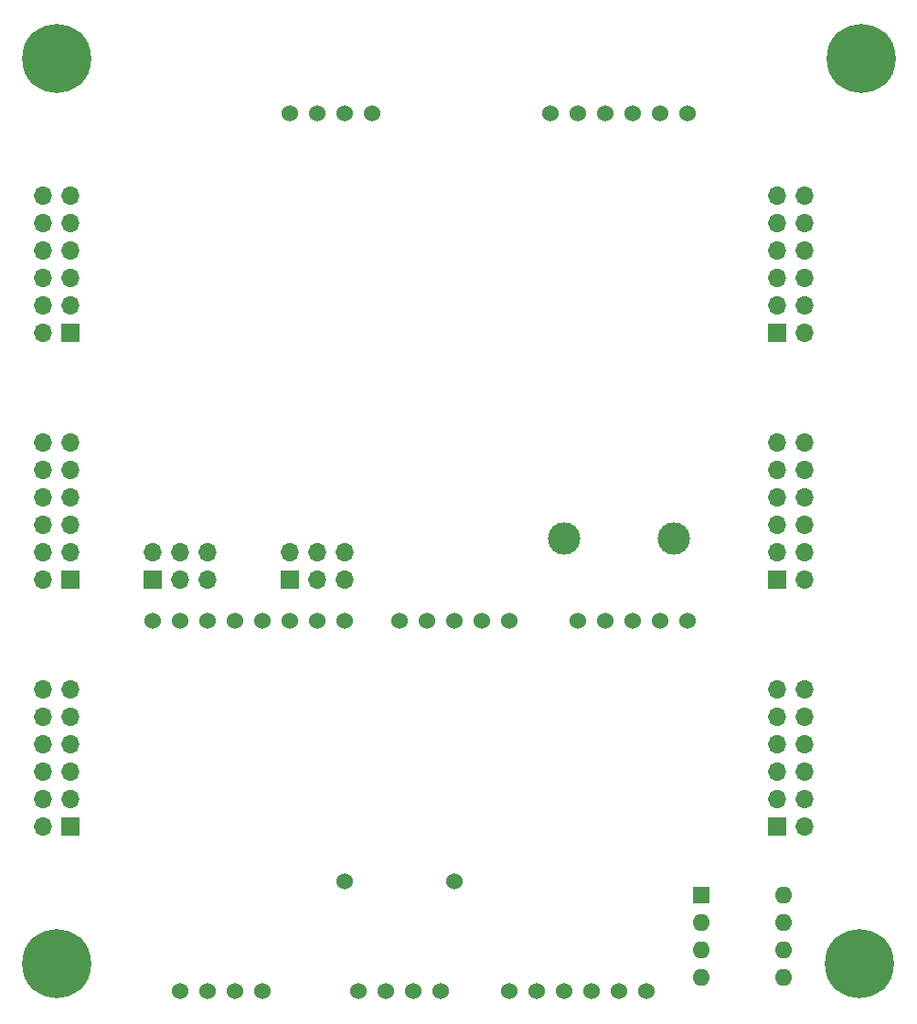
<source format=gbr>
%TF.GenerationSoftware,KiCad,Pcbnew,(6.0.5)*%
%TF.CreationDate,2022-07-15T12:31:06+02:00*%
%TF.ProjectId,i2c_modules,6932635f-6d6f-4647-956c-65732e6b6963,rev?*%
%TF.SameCoordinates,Original*%
%TF.FileFunction,Soldermask,Bot*%
%TF.FilePolarity,Negative*%
%FSLAX46Y46*%
G04 Gerber Fmt 4.6, Leading zero omitted, Abs format (unit mm)*
G04 Created by KiCad (PCBNEW (6.0.5)) date 2022-07-15 12:31:06*
%MOMM*%
%LPD*%
G01*
G04 APERTURE LIST*
%ADD10C,1.524000*%
%ADD11C,3.000000*%
%ADD12R,1.700000X1.700000*%
%ADD13O,1.700000X1.700000*%
%ADD14R,1.600000X1.600000*%
%ADD15O,1.600000X1.600000*%
%ADD16C,0.800000*%
%ADD17C,6.400000*%
G04 APERTURE END LIST*
D10*
%TO.C,U1*%
X104140000Y-100330000D03*
X101600000Y-100330000D03*
X99060000Y-100330000D03*
X96520000Y-100330000D03*
X93980000Y-100330000D03*
%TD*%
%TO.C,U2*%
X120650000Y-100330000D03*
X118110000Y-100330000D03*
X115570000Y-100330000D03*
X113030000Y-100330000D03*
X110490000Y-100330000D03*
%TD*%
%TO.C,U3*%
X73660000Y-134620000D03*
X76200000Y-134620000D03*
X78740000Y-134620000D03*
X81280000Y-134620000D03*
%TD*%
%TO.C,U4*%
X99060000Y-124460000D03*
X88900000Y-124460000D03*
X90170000Y-134620000D03*
X92710000Y-134620000D03*
X95250000Y-134620000D03*
X97790000Y-134620000D03*
%TD*%
D11*
%TO.C,U5*%
X119380000Y-92710000D03*
X109220000Y-92710000D03*
D10*
X120650000Y-53340000D03*
X118110000Y-53340000D03*
X115570000Y-53340000D03*
X113030000Y-53340000D03*
X110490000Y-53340000D03*
X107950000Y-53340000D03*
%TD*%
%TO.C,U9*%
X104140000Y-134620000D03*
X106680000Y-134620000D03*
X109220000Y-134620000D03*
X111760000Y-134620000D03*
X114300000Y-134620000D03*
X116840000Y-134620000D03*
%TD*%
%TO.C,U6*%
X88900000Y-100330000D03*
X86360000Y-100330000D03*
X83820000Y-100330000D03*
X81280000Y-100330000D03*
X78740000Y-100330000D03*
X76200000Y-100330000D03*
X73660000Y-100330000D03*
X71120000Y-100330000D03*
%TD*%
D12*
%TO.C,J1*%
X63500000Y-119380000D03*
D13*
X60960000Y-119380000D03*
X63500000Y-116840000D03*
X60960000Y-116840000D03*
X63500000Y-114300000D03*
X60960000Y-114300000D03*
X63500000Y-111760000D03*
X60960000Y-111760000D03*
X63500000Y-109220000D03*
X60960000Y-109220000D03*
X63500000Y-106680000D03*
X60960000Y-106680000D03*
%TD*%
D12*
%TO.C,J2*%
X63500000Y-96520000D03*
D13*
X60960000Y-96520000D03*
X63500000Y-93980000D03*
X60960000Y-93980000D03*
X63500000Y-91440000D03*
X60960000Y-91440000D03*
X63500000Y-88900000D03*
X60960000Y-88900000D03*
X63500000Y-86360000D03*
X60960000Y-86360000D03*
X63500000Y-83820000D03*
X60960000Y-83820000D03*
%TD*%
D12*
%TO.C,J3*%
X63500000Y-73660000D03*
D13*
X60960000Y-73660000D03*
X63500000Y-71120000D03*
X60960000Y-71120000D03*
X63500000Y-68580000D03*
X60960000Y-68580000D03*
X63500000Y-66040000D03*
X60960000Y-66040000D03*
X63500000Y-63500000D03*
X60960000Y-63500000D03*
X63500000Y-60960000D03*
X60960000Y-60960000D03*
%TD*%
D14*
%TO.C,U7*%
X121930000Y-125740000D03*
D15*
X121930000Y-128280000D03*
X121930000Y-130820000D03*
X121930000Y-133360000D03*
X129550000Y-133360000D03*
X129550000Y-130820000D03*
X129550000Y-128280000D03*
X129550000Y-125740000D03*
%TD*%
D12*
%TO.C,J4*%
X128995000Y-119355000D03*
D13*
X131535000Y-119355000D03*
X128995000Y-116815000D03*
X131535000Y-116815000D03*
X128995000Y-114275000D03*
X131535000Y-114275000D03*
X128995000Y-111735000D03*
X131535000Y-111735000D03*
X128995000Y-109195000D03*
X131535000Y-109195000D03*
X128995000Y-106655000D03*
X131535000Y-106655000D03*
%TD*%
D12*
%TO.C,J5*%
X128995000Y-96495000D03*
D13*
X131535000Y-96495000D03*
X128995000Y-93955000D03*
X131535000Y-93955000D03*
X128995000Y-91415000D03*
X131535000Y-91415000D03*
X128995000Y-88875000D03*
X131535000Y-88875000D03*
X128995000Y-86335000D03*
X131535000Y-86335000D03*
X128995000Y-83795000D03*
X131535000Y-83795000D03*
%TD*%
D12*
%TO.C,J6*%
X128995000Y-73635000D03*
D13*
X131535000Y-73635000D03*
X128995000Y-71095000D03*
X131535000Y-71095000D03*
X128995000Y-68555000D03*
X131535000Y-68555000D03*
X128995000Y-66015000D03*
X131535000Y-66015000D03*
X128995000Y-63475000D03*
X131535000Y-63475000D03*
X128995000Y-60935000D03*
X131535000Y-60935000D03*
%TD*%
D16*
%TO.C,H1*%
X62230000Y-45860000D03*
X63927056Y-46562944D03*
X63927056Y-49957056D03*
X59830000Y-48260000D03*
X64630000Y-48260000D03*
D17*
X62230000Y-48260000D03*
D16*
X62230000Y-50660000D03*
X60532944Y-46562944D03*
X60532944Y-49957056D03*
%TD*%
%TO.C,H2*%
X60532944Y-130382944D03*
X62230000Y-134480000D03*
X64630000Y-132080000D03*
X63927056Y-133777056D03*
D17*
X62230000Y-132080000D03*
D16*
X60532944Y-133777056D03*
X63927056Y-130382944D03*
X62230000Y-129680000D03*
X59830000Y-132080000D03*
%TD*%
%TO.C,H3*%
X136755000Y-50635000D03*
X136755000Y-45835000D03*
X138452056Y-49932056D03*
X134355000Y-48235000D03*
X138452056Y-46537944D03*
X135057944Y-46537944D03*
X135057944Y-49932056D03*
X139155000Y-48235000D03*
D17*
X136755000Y-48235000D03*
%TD*%
D16*
%TO.C,H4*%
X134215000Y-132055000D03*
X138312056Y-133752056D03*
X139015000Y-132055000D03*
X134917944Y-133752056D03*
X134917944Y-130357944D03*
X138312056Y-130357944D03*
X136615000Y-129655000D03*
D17*
X136615000Y-132055000D03*
D16*
X136615000Y-134455000D03*
%TD*%
D10*
%TO.C,U8*%
X83820000Y-53340000D03*
X86360000Y-53340000D03*
X88900000Y-53340000D03*
X91440000Y-53340000D03*
%TD*%
D12*
%TO.C,J8*%
X71120000Y-96520000D03*
D13*
X71120000Y-93980000D03*
X73660000Y-96520000D03*
X73660000Y-93980000D03*
X76200000Y-96520000D03*
X76200000Y-93980000D03*
%TD*%
D12*
%TO.C,J7*%
X83835000Y-96520000D03*
D13*
X83835000Y-93980000D03*
X86375000Y-96520000D03*
X86375000Y-93980000D03*
X88915000Y-96520000D03*
X88915000Y-93980000D03*
%TD*%
M02*

</source>
